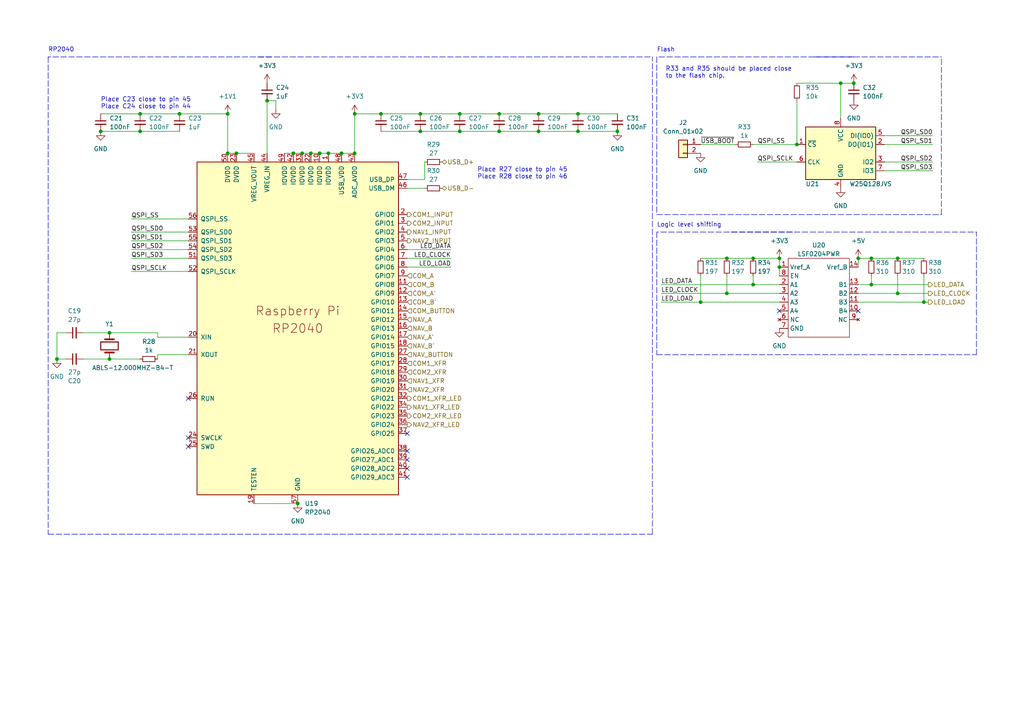
<source format=kicad_sch>
(kicad_sch (version 20211123) (generator eeschema)
  (paper "A4")
  (lib_symbols
    (symbol "Connector_Generic:Conn_01x02" (pin_names (offset 1.016) hide)
      (property "Reference" "J" (at 0 2.54 0))
      (property "Value" "Conn_01x02" (at 0 -5.08 0))
      (symbol "Conn_01x02_1_1"
        (rectangle (start -1.27 -2.413) (end 0 -2.667) (stroke (width 0.1524)))
        (rectangle (start -1.27 0.127) (end 0 -0.127) (stroke (width 0.1524)))
        (rectangle (start -1.27 1.27) (end 1.27 -3.81) (stroke (width 0.254)) (fill (type background)))
        (pin passive line (at -5.08 0 0) (length 3.81) (name "Pin_1") (number "1"))
        (pin passive line (at -5.08 -2.54 0) (length 3.81) (name "Pin_2") (number "2"))
      )
    )
    (symbol "Device:C_Small" (pin_numbers hide) (pin_names (offset 0.254) hide)
      (property "Reference" "C" (at 0.254 1.778 0))
      (property "Value" "C_Small" (at 0.254 -2.032 0))
      (symbol "C_Small_0_1"
        (polyline (pts (xy -1.524 -0.508) (xy 1.524 -0.508)) (stroke (width 0.3302)))
        (polyline (pts (xy -1.524 0.508) (xy 1.524 0.508)) (stroke (width 0.3048)))
      )
      (symbol "C_Small_1_1"
        (pin passive line (at 0 2.54 270) (length 2.032) (name "~") (number "1"))
        (pin passive line (at 0 -2.54 90) (length 2.032) (name "~") (number "2"))
      )
    )
    (symbol "Device:Crystal" (pin_numbers hide) (pin_names (offset 1.016) hide)
      (property "Reference" "Y" (at 0 3.81 0))
      (property "Value" "Crystal" (at 0 -3.81 0))
      (symbol "Crystal_0_1"
        (rectangle (start -1.143 2.54) (end 1.143 -2.54) (stroke (width 0.3048)))
        (polyline (pts (xy -2.54 0) (xy -1.905 0)))
        (polyline (pts (xy -1.905 -1.27) (xy -1.905 1.27)) (stroke (width 0.508)))
        (polyline (pts (xy 1.905 -1.27) (xy 1.905 1.27)) (stroke (width 0.508)))
        (polyline (pts (xy 2.54 0) (xy 1.905 0)))
      )
      (symbol "Crystal_1_1"
        (pin passive line (at -3.81 0 0) (length 1.27) (name "1") (number "1"))
        (pin passive line (at 3.81 0 180) (length 1.27) (name "2") (number "2"))
      )
    )
    (symbol "Device:R_Small" (pin_numbers hide) (pin_names (offset 0.254) hide)
      (property "Reference" "R" (at 0.762 0.508 0))
      (property "Value" "R_Small" (at 0.762 -1.016 0))
      (symbol "R_Small_0_1"
        (rectangle (start -0.762 1.778) (end 0.762 -1.778) (stroke (width 0.2032)))
      )
      (symbol "R_Small_1_1"
        (pin passive line (at 0 2.54 270) (length 0.762) (name "~") (number "1"))
        (pin passive line (at 0 -2.54 90) (length 0.762) (name "~") (number "2"))
      )
    )
    (symbol "Generic-radio-stack:LSF0204PWR"
      (property "Reference" "U" (at 0 15.24 0))
      (property "Value" "LSF0204PWR" (at 0 12.7 0))
      (symbol "LSF0204PWR_0_0"
        (pin power_in line (at -11.43 8.89 0) (length 2.54) (name "Vref_A") (number "1"))
        (pin bidirectional line (at 11.43 -3.81 180) (length 2.54) (name "B4") (number "10"))
        (pin bidirectional line (at 11.43 -1.27 180) (length 2.54) (name "B3") (number "11"))
        (pin bidirectional line (at 11.43 1.27 180) (length 2.54) (name "B2") (number "12"))
        (pin bidirectional line (at 11.43 3.81 180) (length 2.54) (name "B1") (number "13"))
        (pin input line (at 11.43 8.89 180) (length 2.54) (name "Vref_B") (number "14"))
        (pin bidirectional line (at -11.43 3.81 0) (length 2.54) (name "A1") (number "2"))
        (pin bidirectional line (at -11.43 1.27 0) (length 2.54) (name "A2") (number "3"))
        (pin bidirectional line (at -11.43 -1.27 0) (length 2.54) (name "A3") (number "4"))
        (pin bidirectional line (at -11.43 -3.81 0) (length 2.54) (name "A4") (number "5"))
        (pin no_connect line (at -11.43 -6.35 0) (length 2.54) (name "NC") (number "6"))
        (pin power_in line (at -11.43 -8.89 0) (length 2.54) (name "GND") (number "7"))
        (pin input line (at -11.43 6.35 0) (length 2.54) (name "EN") (number "8"))
        (pin no_connect line (at 11.43 -6.35 180) (length 2.54) (name "NC") (number "9"))
      )
      (symbol "LSF0204PWR_0_1"
        (rectangle (start -8.89 11.43) (end 8.89 -11.43))
      )
    )
    (symbol "MCU_RaspberryPi_RP2040:RP2040" (pin_names (offset 1.016))
      (property "Reference" "U" (at -29.21 49.53 0))
      (property "Value" "RP2040" (at 24.13 -49.53 0))
      (symbol "RP2040_0_0"
        (text "Raspberry Pi" (at 0 5.08 0) (effects (font (size 2.54 2.54))))
        (text "RP2040" (at 0 0 0) (effects (font (size 2.54 2.54))))
      )
      (symbol "RP2040_0_1"
        (rectangle (start 29.21 48.26) (end -29.21 -48.26) (stroke (width 0.254)) (fill (type background)))
      )
      (symbol "RP2040_1_1"
        (pin power_in line (at 8.89 50.8 270) (length 2.54) (name "IOVDD") (number "1"))
        (pin power_in line (at 6.35 50.8 270) (length 2.54) (name "IOVDD") (number "10"))
        (pin bidirectional line (at 31.75 12.7 180) (length 2.54) (name "GPIO8") (number "11"))
        (pin bidirectional line (at 31.75 10.16 180) (length 2.54) (name "GPIO9") (number "12"))
        (pin bidirectional line (at 31.75 7.62 180) (length 2.54) (name "GPIO10") (number "13"))
        (pin bidirectional line (at 31.75 5.08 180) (length 2.54) (name "GPIO11") (number "14"))
        (pin bidirectional line (at 31.75 2.54 180) (length 2.54) (name "GPIO12") (number "15"))
        (pin bidirectional line (at 31.75 0 180) (length 2.54) (name "GPIO13") (number "16"))
        (pin bidirectional line (at 31.75 -2.54 180) (length 2.54) (name "GPIO14") (number "17"))
        (pin bidirectional line (at 31.75 -5.08 180) (length 2.54) (name "GPIO15") (number "18"))
        (pin passive line (at -12.7 -50.8 90) (length 2.54) (name "TESTEN") (number "19"))
        (pin bidirectional line (at 31.75 33.02 180) (length 2.54) (name "GPIO0") (number "2"))
        (pin input line (at -31.75 -2.54 0) (length 2.54) (name "XIN") (number "20"))
        (pin passive line (at -31.75 -7.62 0) (length 2.54) (name "XOUT") (number "21"))
        (pin power_in line (at 3.81 50.8 270) (length 2.54) (name "IOVDD") (number "22"))
        (pin power_in line (at -17.78 50.8 270) (length 2.54) (name "DVDD") (number "23"))
        (pin output line (at -31.75 -31.75 0) (length 2.54) (name "SWCLK") (number "24"))
        (pin bidirectional line (at -31.75 -34.29 0) (length 2.54) (name "SWD") (number "25"))
        (pin input line (at -31.75 -20.32 0) (length 2.54) (name "RUN") (number "26"))
        (pin bidirectional line (at 31.75 -7.62 180) (length 2.54) (name "GPIO16") (number "27"))
        (pin bidirectional line (at 31.75 -10.16 180) (length 2.54) (name "GPIO17") (number "28"))
        (pin bidirectional line (at 31.75 -12.7 180) (length 2.54) (name "GPIO18") (number "29"))
        (pin bidirectional line (at 31.75 30.48 180) (length 2.54) (name "GPIO1") (number "3"))
        (pin bidirectional line (at 31.75 -15.24 180) (length 2.54) (name "GPIO19") (number "30"))
        (pin bidirectional line (at 31.75 -17.78 180) (length 2.54) (name "GPIO20") (number "31"))
        (pin bidirectional line (at 31.75 -20.32 180) (length 2.54) (name "GPIO21") (number "32"))
        (pin power_in line (at 1.27 50.8 270) (length 2.54) (name "IOVDD") (number "33"))
        (pin bidirectional line (at 31.75 -22.86 180) (length 2.54) (name "GPIO22") (number "34"))
        (pin bidirectional line (at 31.75 -25.4 180) (length 2.54) (name "GPIO23") (number "35"))
        (pin bidirectional line (at 31.75 -27.94 180) (length 2.54) (name "GPIO24") (number "36"))
        (pin bidirectional line (at 31.75 -30.48 180) (length 2.54) (name "GPIO25") (number "37"))
        (pin bidirectional line (at 31.75 -35.56 180) (length 2.54) (name "GPIO26_ADC0") (number "38"))
        (pin bidirectional line (at 31.75 -38.1 180) (length 2.54) (name "GPIO27_ADC1") (number "39"))
        (pin bidirectional line (at 31.75 27.94 180) (length 2.54) (name "GPIO2") (number "4"))
        (pin bidirectional line (at 31.75 -40.64 180) (length 2.54) (name "GPIO28_ADC2") (number "40"))
        (pin bidirectional line (at 31.75 -43.18 180) (length 2.54) (name "GPIO29_ADC3") (number "41"))
        (pin power_in line (at -1.27 50.8 270) (length 2.54) (name "IOVDD") (number "42"))
        (pin power_in line (at 16.51 50.8 270) (length 2.54) (name "ADC_AVDD") (number "43"))
        (pin power_in line (at -8.89 50.8 270) (length 2.54) (name "VREG_IN") (number "44"))
        (pin power_out line (at -12.7 50.8 270) (length 2.54) (name "VREG_VOUT") (number "45"))
        (pin bidirectional line (at 31.75 40.64 180) (length 2.54) (name "USB_DM") (number "46"))
        (pin bidirectional line (at 31.75 43.18 180) (length 2.54) (name "USB_DP") (number "47"))
        (pin power_in line (at 12.7 50.8 270) (length 2.54) (name "USB_VDD") (number "48"))
        (pin power_in line (at -3.81 50.8 270) (length 2.54) (name "IOVDD") (number "49"))
        (pin bidirectional line (at 31.75 25.4 180) (length 2.54) (name "GPIO3") (number "5"))
        (pin power_in line (at -20.32 50.8 270) (length 2.54) (name "DVDD") (number "50"))
        (pin bidirectional line (at -31.75 20.32 0) (length 2.54) (name "QSPI_SD3") (number "51"))
        (pin output line (at -31.75 16.51 0) (length 2.54) (name "QSPI_SCLK") (number "52"))
        (pin bidirectional line (at -31.75 27.94 0) (length 2.54) (name "QSPI_SD0") (number "53"))
        (pin bidirectional line (at -31.75 22.86 0) (length 2.54) (name "QSPI_SD2") (number "54"))
        (pin bidirectional line (at -31.75 25.4 0) (length 2.54) (name "QSPI_SD1") (number "55"))
        (pin bidirectional line (at -31.75 31.75 0) (length 2.54) (name "QSPI_SS") (number "56"))
        (pin power_in line (at 0 -50.8 90) (length 2.54) (name "GND") (number "57"))
        (pin bidirectional line (at 31.75 22.86 180) (length 2.54) (name "GPIO4") (number "6"))
        (pin bidirectional line (at 31.75 20.32 180) (length 2.54) (name "GPIO5") (number "7"))
        (pin bidirectional line (at 31.75 17.78 180) (length 2.54) (name "GPIO6") (number "8"))
        (pin bidirectional line (at 31.75 15.24 180) (length 2.54) (name "GPIO7") (number "9"))
      )
    )
    (symbol "Memory_Flash:W25Q128JVS"
      (property "Reference" "U" (at -8.89 8.89 0))
      (property "Value" "W25Q128JVS" (at 7.62 8.89 0))
      (symbol "W25Q128JVS_0_1"
        (rectangle (start -10.16 7.62) (end 10.16 -7.62) (stroke (width 0.254)) (fill (type background)))
      )
      (symbol "W25Q128JVS_1_1"
        (pin input line (at -12.7 2.54 0) (length 2.54) (name "~{CS}") (number "1"))
        (pin bidirectional line (at 12.7 2.54 180) (length 2.54) (name "DO(IO1)") (number "2"))
        (pin bidirectional line (at 12.7 -2.54 180) (length 2.54) (name "IO2") (number "3"))
        (pin power_in line (at 0 -10.16 90) (length 2.54) (name "GND") (number "4"))
        (pin bidirectional line (at 12.7 5.08 180) (length 2.54) (name "DI(IO0)") (number "5"))
        (pin input line (at -12.7 -2.54 0) (length 2.54) (name "CLK") (number "6"))
        (pin bidirectional line (at 12.7 -5.08 180) (length 2.54) (name "IO3") (number "7"))
        (pin power_in line (at 0 10.16 270) (length 2.54) (name "VCC") (number "8"))
      )
    )
    (symbol "power:+1V1" (power) (pin_names (offset 0))
      (property "Value" "+1V1" (at 0 3.556 0))
      (symbol "+1V1_0_1"
        (polyline (pts (xy -0.762 1.27) (xy 0 2.54)))
        (polyline (pts (xy 0 0) (xy 0 2.54)))
        (polyline (pts (xy 0 2.54) (xy 0.762 1.27)))
      )
      (symbol "+1V1_1_1"
        (pin power_in line (at 0 0 90) (length 0) hide (name "+1V1") (number "1"))
      )
    )
    (symbol "power:+3V3" (power) (pin_names (offset 0))
      (property "Value" "+3V3" (at 0 3.556 0))
      (symbol "+3V3_0_1"
        (polyline (pts (xy -0.762 1.27) (xy 0 2.54)))
        (polyline (pts (xy 0 0) (xy 0 2.54)))
        (polyline (pts (xy 0 2.54) (xy 0.762 1.27)))
      )
      (symbol "+3V3_1_1"
        (pin power_in line (at 0 0 90) (length 0) hide (name "+3V3") (number "1"))
      )
    )
    (symbol "power:+5V" (power) (pin_names (offset 0))
      (property "Value" "+5V" (at 0 3.556 0))
      (symbol "+5V_0_1"
        (polyline (pts (xy -0.762 1.27) (xy 0 2.54)))
        (polyline (pts (xy 0 0) (xy 0 2.54)))
        (polyline (pts (xy 0 2.54) (xy 0.762 1.27)))
      )
      (symbol "+5V_1_1"
        (pin power_in line (at 0 0 90) (length 0) hide (name "+5V") (number "1"))
      )
    )
    (symbol "power:GND" (power) (pin_names (offset 0))
      (property "Value" "GND" (at 0 -3.81 0))
      (symbol "GND_0_1"
        (polyline (pts (xy 0 0) (xy 0 -1.27) (xy 1.27 -1.27) (xy 0 -2.54) (xy -1.27 -1.27) (xy 0 -1.27)))
      )
      (symbol "GND_1_1"
        (pin power_in line (at 0 0 270) (length 0) hide (name "GND") (number "1"))
      )
    )
  )
  (junction (at 260.35 85.09))
  (junction (at 243.84 24.13))
  (junction (at 156.21 33.02))
  (junction (at 260.35 74.93))
  (junction (at 218.44 74.93))
  (junction (at 87.63 44.45))
  (junction (at 248.92 74.93))
  (junction (at 102.87 44.45))
  (junction (at 102.87 33.02))
  (junction (at 226.06 74.93))
  (junction (at 226.06 77.47))
  (junction (at 167.64 33.02))
  (junction (at 133.35 33.02))
  (junction (at 247.65 24.13))
  (junction (at 66.04 33.02))
  (junction (at 16.51 104.14))
  (junction (at 179.07 38.1))
  (junction (at 92.71 44.45))
  (junction (at 231.14 41.91))
  (junction (at 156.21 38.1))
  (junction (at 95.25 44.45))
  (junction (at 68.58 44.45))
  (junction (at 85.09 44.45))
  (junction (at 110.49 33.02))
  (junction (at 267.97 87.63))
  (junction (at 29.21 38.1))
  (junction (at 210.82 74.93))
  (junction (at 203.2 87.63))
  (junction (at 52.07 33.02))
  (junction (at 144.78 38.1))
  (junction (at 66.04 44.45))
  (junction (at 252.73 74.93))
  (junction (at 40.64 38.1))
  (junction (at 133.35 38.1))
  (junction (at 218.44 82.55))
  (junction (at 252.73 82.55))
  (junction (at 31.75 104.14))
  (junction (at 121.92 38.1))
  (junction (at 40.64 33.02))
  (junction (at 210.82 85.09))
  (junction (at 31.75 96.52))
  (junction (at 86.36 146.05))
  (junction (at 90.17 44.45))
  (junction (at 77.47 29.21))
  (junction (at 144.78 33.02))
  (junction (at 99.06 44.45))
  (junction (at 121.92 33.02))
  (junction (at 167.64 38.1))
  (no_connect (at 54.61 115.57))
  (no_connect (at 54.61 127))
  (no_connect (at 54.61 129.54))
  (no_connect (at 118.11 130.81))
  (no_connect (at 118.11 133.35))
  (no_connect (at 118.11 135.89))
  (no_connect (at 118.11 138.43))
  (no_connect (at 118.11 125.73))
  (no_connect (at 226.06 90.17))
  (no_connect (at 248.92 90.17))
  (wire (pts (xy 248.92 87.63) (xy 267.97 87.63)))
  (wire (pts (xy 248.92 82.55) (xy 252.73 82.55)))
  (wire (pts (xy 256.54 46.99) (xy 270.51 46.99)))
  (polyline (pts (xy 229.87 67.31) (xy 190.5 67.31)))
  (wire (pts (xy 73.66 146.05) (xy 86.36 146.05)))
  (wire (pts (xy 121.92 38.1) (xy 133.35 38.1)))
  (wire (pts (xy 267.97 80.01) (xy 267.97 87.63)))
  (wire (pts (xy 248.92 74.93) (xy 248.92 77.47)))
  (wire (pts (xy 218.44 82.55) (xy 218.44 80.01)))
  (wire (pts (xy 19.05 96.52) (xy 16.51 96.52)))
  (wire (pts (xy 191.77 87.63) (xy 203.2 87.63)))
  (wire (pts (xy 144.78 33.02) (xy 156.21 33.02)))
  (wire (pts (xy 38.1 78.74) (xy 54.61 78.74)))
  (wire (pts (xy 82.55 44.45) (xy 85.09 44.45)))
  (wire (pts (xy 110.49 38.1) (xy 121.92 38.1)))
  (polyline (pts (xy 212.09 67.31) (xy 283.21 67.31)))
  (wire (pts (xy 118.11 54.61) (xy 123.19 54.61)))
  (polyline (pts (xy 283.21 102.87) (xy 283.21 67.31)))
  (wire (pts (xy 256.54 41.91) (xy 270.51 41.91)))
  (wire (pts (xy 16.51 104.14) (xy 19.05 104.14)))
  (wire (pts (xy 31.75 96.52) (xy 45.72 96.52)))
  (wire (pts (xy 38.1 74.93) (xy 54.61 74.93)))
  (wire (pts (xy 219.71 46.99) (xy 231.14 46.99)))
  (wire (pts (xy 248.92 74.93) (xy 252.73 74.93)))
  (wire (pts (xy 80.01 29.21) (xy 80.01 31.75)))
  (polyline (pts (xy 13.97 154.94) (xy 189.23 154.94)))
  (wire (pts (xy 77.47 29.21) (xy 80.01 29.21)))
  (wire (pts (xy 99.06 44.45) (xy 102.87 44.45)))
  (wire (pts (xy 40.64 33.02) (xy 52.07 33.02)))
  (wire (pts (xy 144.78 38.1) (xy 156.21 38.1)))
  (wire (pts (xy 102.87 33.02) (xy 110.49 33.02)))
  (wire (pts (xy 133.35 38.1) (xy 144.78 38.1)))
  (wire (pts (xy 118.11 52.07) (xy 123.19 52.07)))
  (wire (pts (xy 24.13 104.14) (xy 31.75 104.14)))
  (wire (pts (xy 29.21 33.02) (xy 40.64 33.02)))
  (wire (pts (xy 45.72 102.87) (xy 54.61 102.87)))
  (wire (pts (xy 87.63 44.45) (xy 90.17 44.45)))
  (wire (pts (xy 267.97 87.63) (xy 269.24 87.63)))
  (wire (pts (xy 90.17 44.45) (xy 92.71 44.45)))
  (wire (pts (xy 40.64 38.1) (xy 52.07 38.1)))
  (wire (pts (xy 226.06 87.63) (xy 203.2 87.63)))
  (wire (pts (xy 260.35 74.93) (xy 267.97 74.93)))
  (wire (pts (xy 118.11 74.93) (xy 130.81 74.93)))
  (wire (pts (xy 226.06 85.09) (xy 210.82 85.09)))
  (polyline (pts (xy 190.5 62.23) (xy 273.05 62.23)))
  (wire (pts (xy 156.21 33.02) (xy 167.64 33.02)))
  (wire (pts (xy 31.75 104.14) (xy 40.64 104.14)))
  (wire (pts (xy 231.14 24.13) (xy 243.84 24.13)))
  (wire (pts (xy 29.21 38.1) (xy 40.64 38.1)))
  (wire (pts (xy 118.11 77.47) (xy 130.81 77.47)))
  (polyline (pts (xy 13.97 16.51) (xy 13.97 154.94)))
  (wire (pts (xy 252.73 80.01) (xy 252.73 82.55)))
  (polyline (pts (xy 190.5 16.51) (xy 190.5 62.23)))
  (polyline (pts (xy 190.5 102.87) (xy 283.21 102.87)))
  (wire (pts (xy 203.2 87.63) (xy 203.2 80.01)))
  (wire (pts (xy 210.82 85.09) (xy 210.82 80.01)))
  (polyline (pts (xy 78.74 16.51) (xy 13.97 16.51)))
  (wire (pts (xy 38.1 67.31) (xy 54.61 67.31)))
  (wire (pts (xy 210.82 74.93) (xy 218.44 74.93)))
  (polyline (pts (xy 190.5 67.31) (xy 190.5 102.87)))
  (wire (pts (xy 68.58 44.45) (xy 73.66 44.45)))
  (wire (pts (xy 167.64 33.02) (xy 179.07 33.02)))
  (polyline (pts (xy 74.93 16.51) (xy 189.23 16.51)))
  (wire (pts (xy 226.06 74.93) (xy 226.06 77.47)))
  (wire (pts (xy 243.84 24.13) (xy 247.65 24.13)))
  (wire (pts (xy 95.25 44.45) (xy 99.06 44.45)))
  (wire (pts (xy 121.92 33.02) (xy 133.35 33.02)))
  (wire (pts (xy 252.73 82.55) (xy 269.24 82.55)))
  (wire (pts (xy 203.2 74.93) (xy 210.82 74.93)))
  (wire (pts (xy 102.87 44.45) (xy 102.87 33.02)))
  (wire (pts (xy 92.71 44.45) (xy 95.25 44.45)))
  (polyline (pts (xy 273.05 62.23) (xy 273.05 16.51)))
  (wire (pts (xy 77.47 29.21) (xy 77.47 44.45)))
  (wire (pts (xy 243.84 34.29) (xy 243.84 24.13)))
  (wire (pts (xy 226.06 77.47) (xy 226.06 80.01)))
  (wire (pts (xy 218.44 41.91) (xy 231.14 41.91)))
  (wire (pts (xy 248.92 85.09) (xy 260.35 85.09)))
  (wire (pts (xy 252.73 74.93) (xy 260.35 74.93)))
  (wire (pts (xy 66.04 44.45) (xy 68.58 44.45)))
  (wire (pts (xy 156.21 38.1) (xy 167.64 38.1)))
  (wire (pts (xy 38.1 69.85) (xy 54.61 69.85)))
  (wire (pts (xy 256.54 39.37) (xy 270.51 39.37)))
  (polyline (pts (xy 236.22 16.51) (xy 273.05 16.51)))
  (wire (pts (xy 260.35 85.09) (xy 269.24 85.09)))
  (wire (pts (xy 260.35 80.01) (xy 260.35 85.09)))
  (wire (pts (xy 16.51 96.52) (xy 16.51 104.14)))
  (wire (pts (xy 54.61 97.79) (xy 45.72 97.79)))
  (wire (pts (xy 85.09 44.45) (xy 87.63 44.45)))
  (polyline (pts (xy 247.65 16.51) (xy 190.5 16.51)))
  (polyline (pts (xy 189.23 154.94) (xy 189.23 16.51)))
  (wire (pts (xy 38.1 72.39) (xy 54.61 72.39)))
  (wire (pts (xy 133.35 33.02) (xy 144.78 33.02)))
  (wire (pts (xy 118.11 72.39) (xy 130.81 72.39)))
  (wire (pts (xy 52.07 33.02) (xy 66.04 33.02)))
  (wire (pts (xy 226.06 82.55) (xy 218.44 82.55)))
  (wire (pts (xy 45.72 97.79) (xy 45.72 96.52)))
  (wire (pts (xy 256.54 49.53) (xy 270.51 49.53)))
  (wire (pts (xy 45.72 104.14) (xy 45.72 102.87)))
  (wire (pts (xy 38.1 63.5) (xy 54.61 63.5)))
  (wire (pts (xy 231.14 29.21) (xy 231.14 41.91)))
  (wire (pts (xy 66.04 33.02) (xy 66.04 44.45)))
  (wire (pts (xy 167.64 38.1) (xy 179.07 38.1)))
  (wire (pts (xy 123.19 52.07) (xy 123.19 46.99)))
  (wire (pts (xy 203.2 41.91) (xy 213.36 41.91)))
  (wire (pts (xy 110.49 33.02) (xy 121.92 33.02)))
  (wire (pts (xy 218.44 74.93) (xy 226.06 74.93)))
  (wire (pts (xy 191.77 85.09) (xy 210.82 85.09)))
  (wire (pts (xy 191.77 82.55) (xy 218.44 82.55)))
  (wire (pts (xy 24.13 96.52) (xy 31.75 96.52)))
  (text "Flash" (at 190.5 15.24 0) (effects (font (size 1.27 1.27)) (justify left bottom)))
  (text "Logic level shifting" (at 190.5 66.04 0) (effects (font (size 1.27 1.27)) (justify left bottom)))
  (text "RP2040" (at 13.97 15.24 0) (effects (font (size 1.27 1.27)) (justify left bottom)))
  (text "R33 and R35 should be placed close\nto the flash chip." (at 193.04 22.86 0) (effects (font (size 1.27 1.27)) (justify left bottom)))
  (text "Place R27 close to pin 45\nPlace R28 close to pin 46" (at 138.43 52.07 0) (effects (font (size 1.27 1.27)) (justify left bottom)))
  (text "Place C23 close to pin 45\nPlace C24 close to pin 44\n" (at 29.21 31.75 0) (effects (font (size 1.27 1.27)) (justify left bottom)))
  (label "QSPI_SD0" (at 38.1 67.31 0))
  (label "QSPI_SD1" (at 270.51 41.91 180))
  (label "LED_DATA" (at 130.81 72.39 180))
  (label "QSPI_SS" (at 219.71 41.91 0))
  (label "LED_CLOCK" (at 191.77 85.09 0))
  (label "LED_CLOCK" (at 130.81 74.93 180))
  (label "QSPI_SCLK" (at 38.1 78.74 0))
  (label "QSPI_SD1" (at 38.1 69.85 0))
  (label "QSPI_SS" (at 38.1 63.5 0))
  (label "QSPI_SCLK" (at 219.71 46.99 0))
  (label "LED_LOAD" (at 191.77 87.63 0))
  (label "LED_DATA" (at 191.77 82.55 0))
  (label "~{USB_BOOT}" (at 203.2 41.91 0))
  (label "QSPI_SD3" (at 270.51 49.53 180))
  (label "QSPI_SD0" (at 270.51 39.37 180))
  (label "QSPI_SD3" (at 38.1 74.93 0))
  (label "LED_LOAD" (at 130.81 77.47 180))
  (label "QSPI_SD2" (at 270.51 46.99 180))
  (label "QSPI_SD2" (at 38.1 72.39 0))
  (hierarchical_label "LED_LOAD" (shape output) (at 269.24 87.63 0))
  (hierarchical_label "LED_DATA" (shape output) (at 269.24 82.55 0))
  (hierarchical_label "NAV2_XFR_LED" (shape output) (at 118.11 123.19 0))
  (hierarchical_label "NAV_A'" (shape input) (at 118.11 97.79 0))
  (hierarchical_label "NAV_B" (shape input) (at 118.11 95.25 0))
  (hierarchical_label "USB_D+" (shape bidirectional) (at 128.27 46.99 0))
  (hierarchical_label "NAV_A" (shape input) (at 118.11 92.71 0))
  (hierarchical_label "NAV1_XFR_LED" (shape output) (at 118.11 118.11 0))
  (hierarchical_label "COM2_INPUT" (shape output) (at 118.11 64.77 0))
  (hierarchical_label "COM_BUTTON" (shape input) (at 118.11 90.17 0))
  (hierarchical_label "NAV1_INPUT" (shape output) (at 118.11 67.31 0))
  (hierarchical_label "COM2_XFR_LED" (shape output) (at 118.11 120.65 0))
  (hierarchical_label "NAV1_XFR" (shape input) (at 118.11 110.49 0))
  (hierarchical_label "COM_A'" (shape input) (at 118.11 85.09 0))
  (hierarchical_label "COM1_XFR_LED" (shape output) (at 118.11 115.57 0))
  (hierarchical_label "NAV_B'" (shape input) (at 118.11 100.33 0))
  (hierarchical_label "NAV2_XFR" (shape input) (at 118.11 113.03 0))
  (hierarchical_label "NAV_BUTTON" (shape input) (at 118.11 102.87 0))
  (hierarchical_label "COM_A" (shape input) (at 118.11 80.01 0))
  (hierarchical_label "COM2_XFR" (shape input) (at 118.11 107.95 0))
  (hierarchical_label "NAV2_INPUT" (shape output) (at 118.11 69.85 0))
  (hierarchical_label "COM_B'" (shape input) (at 118.11 87.63 0))
  (hierarchical_label "COM_B" (shape input) (at 118.11 82.55 0))
  (hierarchical_label "COM1_XFR" (shape input) (at 118.11 105.41 0))
  (hierarchical_label "LED_CLOCK" (shape output) (at 269.24 85.09 0))
  (hierarchical_label "USB_D-" (shape bidirectional) (at 128.27 54.61 0))
  (hierarchical_label "COM1_INPUT" (shape output) (at 118.11 62.23 0))
  (symbol (lib_id "Device:C_Small") (at 144.78 35.56 0) (unit 1)
    (property "Reference" "C28" (at 147.32 34.2962 0) (effects (justify left)))
    (property "Value" "100nF" (at 147.32 36.8362 0) (effects (justify left)))
    (property "Footprint" "Generic-radio-stack:Perfect_0402" (effects hide))
  )
  (symbol (lib_id "Device:C_Small") (at 40.64 35.56 0) (unit 1)
    (property "Reference" "C22" (at 43.18 34.2962 0) (effects (justify left)))
    (property "Value" "100nF" (at 43.18 36.8362 0) (effects (justify left)))
    (property "Footprint" "Generic-radio-stack:Perfect_0402" (effects hide))
  )
  (symbol (lib_id "Device:R_Small") (at 252.73 77.47 0) (unit 1)
    (property "Reference" "R36" (at 254 76.2 0) (effects (justify left)))
    (property "Value" "310" (at 254 78.74 0) (effects (justify left)))
    (property "Footprint" "Generic-radio-stack:Perfect_0402" (effects hide))
  )
  (symbol (lib_id "power:+3V3") (at 226.06 74.93 0) (unit 1)
    (property "Reference" "#PWR059" (effects hide))
    (property "Value" "+3V3" (at 226.06 69.85 0))
  )
  (symbol (lib_id "Memory_Flash:W25Q128JVS") (at 243.84 44.45 0) (unit 1)
    (property "Reference" "U21" (at 233.68 53.34 0) (effects (justify left)))
    (property "Value" "W25Q128JVS" (at 246.38 53.34 0) (effects (justify left)))
    (property "Footprint" "Package_SO:SOIC-8_5.23x5.23mm_P1.27mm" (effects hide))
    (property "Datasheet" "http://www.winbond.com/resource-files/w25q128jv_dtr%20revc%2003272018%20plus.pdf" (effects hide))
  )
  (symbol (lib_id "power:+3V3") (at 247.65 24.13 0) (unit 1)
    (property "Reference" "#PWR062" (effects hide))
    (property "Value" "+3V3" (at 247.65 19.05 0))
  )
  (symbol (lib_id "power:+3V3") (at 102.87 33.02 0) (unit 1)
    (property "Reference" "#PWR056" (effects hide))
    (property "Value" "+3V3" (at 102.87 27.94 0))
  )
  (symbol (lib_id "power:+1V1") (at 66.04 33.02 0) (unit 1)
    (property "Reference" "#PWR052" (effects hide))
    (property "Value" "+1V1" (at 66.04 27.94 0))
  )
  (symbol (lib_id "power:GND") (at 29.21 38.1 0) (unit 1)
    (property "Reference" "#PWR051" (effects hide))
    (property "Value" "GND" (at 29.21 43.18 0))
  )
  (symbol (lib_id "power:GND") (at 80.01 31.75 0) (unit 1)
    (property "Reference" "#PWR054" (effects hide))
    (property "Value" "GND" (at 80.01 36.83 0))
  )
  (symbol (lib_id "Connector_Generic:Conn_01x02") (at 198.12 41.91 0) (mirror y) (unit 1)
    (property "Reference" "J2" (at 198.12 35.56 0))
    (property "Value" "Conn_01x02" (at 198.12 38.1 0))
    (property "Footprint" "Connector_PinHeader_2.54mm:PinHeader_1x02_P2.54mm_Vertical" (effects hide))
  )
  (symbol (lib_id "Device:C_Small") (at 21.59 96.52 90) (unit 1)
    (property "Reference" "C19" (at 21.5963 90.17 90))
    (property "Value" "27p" (at 21.5963 92.71 90))
    (property "Footprint" "Generic-radio-stack:Perfect_0402" (effects hide))
  )
  (symbol (lib_id "power:GND") (at 16.51 104.14 0) (unit 1)
    (property "Reference" "#PWR050" (effects hide))
    (property "Value" "GND" (at 16.51 109.22 0))
  )
  (symbol (lib_id "Device:C_Small") (at 167.64 35.56 0) (unit 1)
    (property "Reference" "C30" (at 170.18 34.2962 0) (effects (justify left)))
    (property "Value" "100nF" (at 170.18 36.8362 0) (effects (justify left)))
    (property "Footprint" "Generic-radio-stack:Perfect_0402" (effects hide))
  )
  (symbol (lib_id "power:GND") (at 243.84 54.61 0) (unit 1)
    (property "Reference" "#PWR061" (effects hide))
    (property "Value" "GND" (at 243.84 59.69 0))
  )
  (symbol (lib_id "Device:R_Small") (at 210.82 77.47 0) (unit 1)
    (property "Reference" "R32" (at 212.09 76.2 0) (effects (justify left)))
    (property "Value" "197" (at 212.09 78.74 0) (effects (justify left)))
    (property "Footprint" "Generic-radio-stack:Perfect_0402" (effects hide))
  )
  (symbol (lib_id "Device:R_Small") (at 215.9 41.91 90) (unit 1)
    (property "Reference" "R33" (at 215.9 36.83 90))
    (property "Value" "1k" (at 215.9 39.37 90))
    (property "Footprint" "Generic-radio-stack:Perfect_0402" (effects hide))
  )
  (symbol (lib_id "Device:R_Small") (at 125.73 54.61 90) (unit 1)
    (property "Reference" "R30" (at 125.73 49.53 90))
    (property "Value" "27" (at 125.73 52.07 90))
    (property "Footprint" "Generic-radio-stack:Perfect_0402" (effects hide))
  )
  (symbol (lib_id "Device:C_Small") (at 29.21 35.56 0) (unit 1)
    (property "Reference" "C21" (at 31.75 34.2962 0) (effects (justify left)))
    (property "Value" "100nF" (at 31.75 36.8362 0) (effects (justify left)))
    (property "Footprint" "Generic-radio-stack:Perfect_0402" (effects hide))
  )
  (symbol (lib_id "Device:C_Small") (at 133.35 35.56 0) (unit 1)
    (property "Reference" "C27" (at 135.89 34.2962 0) (effects (justify left)))
    (property "Value" "100nF" (at 135.89 36.8362 0) (effects (justify left)))
    (property "Footprint" "Generic-radio-stack:Perfect_0402" (effects hide))
  )
  (symbol (lib_id "power:+5V") (at 248.92 74.93 0) (unit 1)
    (property "Reference" "#PWR064" (effects hide))
    (property "Value" "+5V" (at 248.92 69.85 0))
  )
  (symbol (lib_id "Generic-radio-stack:LSF0204PWR") (at 237.49 86.36 0) (unit 1)
    (property "Reference" "U20" (at 237.49 71.12 0))
    (property "Value" "LSF0204PWR" (at 237.49 73.66 0))
    (property "Footprint" "Package_SO:TSSOP-14_4.4x5mm_P0.65mm" (effects hide))
    (property "Datasheet" "https://www.ti.com/lit/gpn/lsf0204" (effects hide))
  )
  (symbol (lib_id "Device:R_Small") (at 267.97 77.47 0) (unit 1)
    (property "Reference" "R38" (at 269.24 76.2 0) (effects (justify left)))
    (property "Value" "310" (at 269.24 78.74 0) (effects (justify left)))
    (property "Footprint" "Generic-radio-stack:Perfect_0402" (effects hide))
  )
  (symbol (lib_id "Device:C_Small") (at 52.07 35.56 0) (unit 1)
    (property "Reference" "C23" (at 54.61 34.2962 0) (effects (justify left)))
    (property "Value" "1uF" (at 54.61 36.8362 0) (effects (justify left)))
    (property "Footprint" "Generic-radio-stack:Perfect_0402" (effects hide))
  )
  (symbol (lib_id "Device:C_Small") (at 121.92 35.56 0) (unit 1)
    (property "Reference" "C26" (at 124.46 34.2962 0) (effects (justify left)))
    (property "Value" "100nF" (at 124.46 36.8362 0) (effects (justify left)))
    (property "Footprint" "Generic-radio-stack:Perfect_0402" (effects hide))
  )
  (symbol (lib_id "Device:C_Small") (at 247.65 26.67 0) (unit 1)
    (property "Reference" "C32" (at 250.19 25.4062 0) (effects (justify left)))
    (property "Value" "100nF" (at 250.19 27.9462 0) (effects (justify left)))
    (property "Footprint" "Generic-radio-stack:Perfect_0402" (effects hide))
  )
  (symbol (lib_id "Device:C_Small") (at 156.21 35.56 0) (unit 1)
    (property "Reference" "C29" (at 158.75 34.2962 0) (effects (justify left)))
    (property "Value" "100nF" (at 158.75 36.8362 0) (effects (justify left)))
    (property "Footprint" "Generic-radio-stack:Perfect_0402" (effects hide))
  )
  (symbol (lib_id "power:GND") (at 203.2 44.45 0) (unit 1)
    (property "Reference" "#PWR058" (effects hide))
    (property "Value" "GND" (at 203.2 49.53 0))
  )
  (symbol (lib_id "Device:C_Small") (at 77.47 26.67 0) (unit 1)
    (property "Reference" "C24" (at 80.01 25.4062 0) (effects (justify left)))
    (property "Value" "1uF" (at 80.01 27.9462 0) (effects (justify left)))
    (property "Footprint" "Generic-radio-stack:Perfect_0402" (effects hide))
  )
  (symbol (lib_id "Device:C_Small") (at 179.07 35.56 0) (unit 1)
    (property "Reference" "C31" (at 181.61 34.2962 0) (effects (justify left)))
    (property "Value" "100nF" (at 181.61 36.8362 0) (effects (justify left)))
    (property "Footprint" "Generic-radio-stack:Perfect_0402" (effects hide))
  )
  (symbol (lib_id "power:GND") (at 247.65 29.21 0) (unit 1)
    (property "Reference" "#PWR063" (effects hide))
    (property "Value" "GND" (at 247.65 34.29 0))
  )
  (symbol (lib_id "Device:C_Small") (at 21.59 104.14 90) (unit 1)
    (property "Reference" "C20" (at 21.59 110.49 90))
    (property "Value" "27p" (at 21.59 107.95 90))
    (property "Footprint" "Generic-radio-stack:Perfect_0402" (effects hide))
  )
  (symbol (lib_id "Device:C_Small") (at 110.49 35.56 0) (unit 1)
    (property "Reference" "C25" (at 113.03 34.2962 0) (effects (justify left)))
    (property "Value" "100nF" (at 113.03 36.8362 0) (effects (justify left)))
    (property "Footprint" "Generic-radio-stack:Perfect_0402" (effects hide))
  )
  (symbol (lib_id "Device:R_Small") (at 125.73 46.99 90) (unit 1)
    (property "Reference" "R29" (at 125.73 41.91 90))
    (property "Value" "27" (at 125.73 44.45 90))
    (property "Footprint" "Generic-radio-stack:Perfect_0402" (effects hide))
  )
  (symbol (lib_id "power:+3V3") (at 77.47 24.13 0) (unit 1)
    (property "Reference" "#PWR053" (effects hide))
    (property "Value" "+3V3" (at 77.47 19.05 0))
  )
  (symbol (lib_id "Device:R_Small") (at 43.18 104.14 90) (unit 1)
    (property "Reference" "R28" (at 43.18 99.06 90))
    (property "Value" "1k" (at 43.18 101.6 90))
    (property "Footprint" "Generic-radio-stack:Perfect_0402" (effects hide))
  )
  (symbol (lib_id "power:GND") (at 226.06 95.25 0) (unit 1)
    (property "Reference" "#PWR060" (effects hide))
    (property "Value" "GND" (at 226.06 100.33 0))
  )
  (symbol (lib_id "power:GND") (at 179.07 38.1 0) (unit 1)
    (property "Reference" "#PWR057" (effects hide))
    (property "Value" "GND" (at 179.07 43.18 0))
  )
  (symbol (lib_id "MCU_RaspberryPi_RP2040:RP2040") (at 86.36 95.25 0) (unit 1)
    (property "Reference" "U19" (at 88.3794 146.05 0) (effects (justify left)))
    (property "Value" "RP2040" (at 88.3794 148.59 0) (effects (justify left)))
    (property "Footprint" "RP2040_minimal:RP2040-QFN-56" (effects hide))
  )
  (symbol (lib_id "Device:Crystal") (at 31.75 100.33 90) (unit 1)
    (property "Reference" "Y1" (at 30.48 93.98 90) (effects (justify right)))
    (property "Value" "ABLS-12.000MHZ-B4-T" (at 26.67 106.68 90) (effects (justify right)))
    (property "Footprint" "RP2040_minimal:Crystal_SMD_HC49-US" (effects hide))
  )
  (symbol (lib_id "Device:R_Small") (at 218.44 77.47 0) (unit 1)
    (property "Reference" "R34" (at 219.71 76.2 0) (effects (justify left)))
    (property "Value" "197" (at 219.71 78.74 0) (effects (justify left)))
    (property "Footprint" "Generic-radio-stack:Perfect_0402" (effects hide))
  )
  (symbol (lib_id "power:GND") (at 86.36 146.05 0) (unit 1)
    (property "Reference" "#PWR055" (effects hide))
    (property "Value" "GND" (at 86.36 151.13 0))
  )
  (symbol (lib_id "Device:R_Small") (at 260.35 77.47 0) (unit 1)
    (property "Reference" "R37" (at 261.62 76.2 0) (effects (justify left)))
    (property "Value" "310" (at 261.62 78.74 0) (effects (justify left)))
    (property "Footprint" "Generic-radio-stack:Perfect_0402" (effects hide))
  )
  (symbol (lib_id "Device:R_Small") (at 231.14 26.67 0) (unit 1)
    (property "Reference" "R35" (at 233.68 25.3999 0) (effects (justify left)))
    (property "Value" "10k" (at 233.68 27.9399 0) (effects (justify left)))
    (property "Footprint" "Generic-radio-stack:Perfect_0402" (effects hide))
  )
  (symbol (lib_id "Device:R_Small") (at 203.2 77.47 0) (unit 1)
    (property "Reference" "R31" (at 204.47 76.2 0) (effects (justify left)))
    (property "Value" "197" (at 204.47 78.74 0) (effects (justify left)))
    (property "Footprint" "Generic-radio-stack:Perfect_0402" (effects hide))
  )
)
</source>
